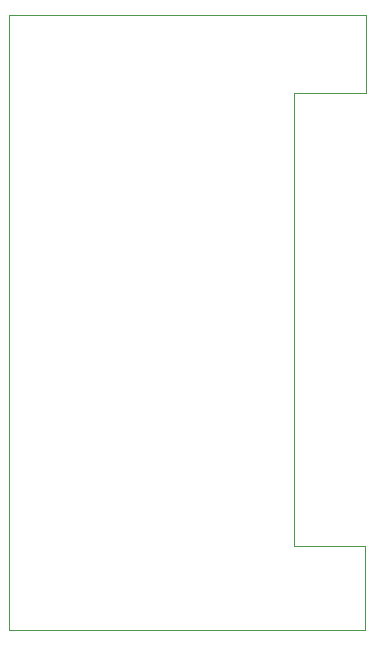
<source format=gm1>
%TF.GenerationSoftware,KiCad,Pcbnew,(5.1.9)-1*%
%TF.CreationDate,2021-04-14T15:21:08+05:30*%
%TF.ProjectId,kicadp_1,6b696361-6470-45f3-912e-6b696361645f,v1*%
%TF.SameCoordinates,Original*%
%TF.FileFunction,Profile,NP*%
%FSLAX46Y46*%
G04 Gerber Fmt 4.6, Leading zero omitted, Abs format (unit mm)*
G04 Created by KiCad (PCBNEW (5.1.9)-1) date 2021-04-14 15:21:08*
%MOMM*%
%LPD*%
G01*
G04 APERTURE LIST*
%TA.AperFunction,Profile*%
%ADD10C,0.050000*%
%TD*%
G04 APERTURE END LIST*
D10*
X87249000Y-45212000D02*
X87249000Y-46609000D01*
X93345000Y-45212000D02*
X87249000Y-45212000D01*
X93345000Y-38608000D02*
X93345000Y-45212000D01*
X93218000Y-83566000D02*
X87249000Y-83566000D01*
X87249000Y-73914000D02*
X87249000Y-83566000D01*
X87249000Y-59944000D02*
X87249000Y-73914000D01*
X87249000Y-46609000D02*
X87249000Y-59944000D01*
X63119000Y-38608000D02*
X93345000Y-38608000D01*
X93218000Y-90678000D02*
X93218000Y-83566000D01*
X63119000Y-90678000D02*
X93218000Y-90678000D01*
X63119000Y-38608000D02*
X63119000Y-90678000D01*
M02*

</source>
